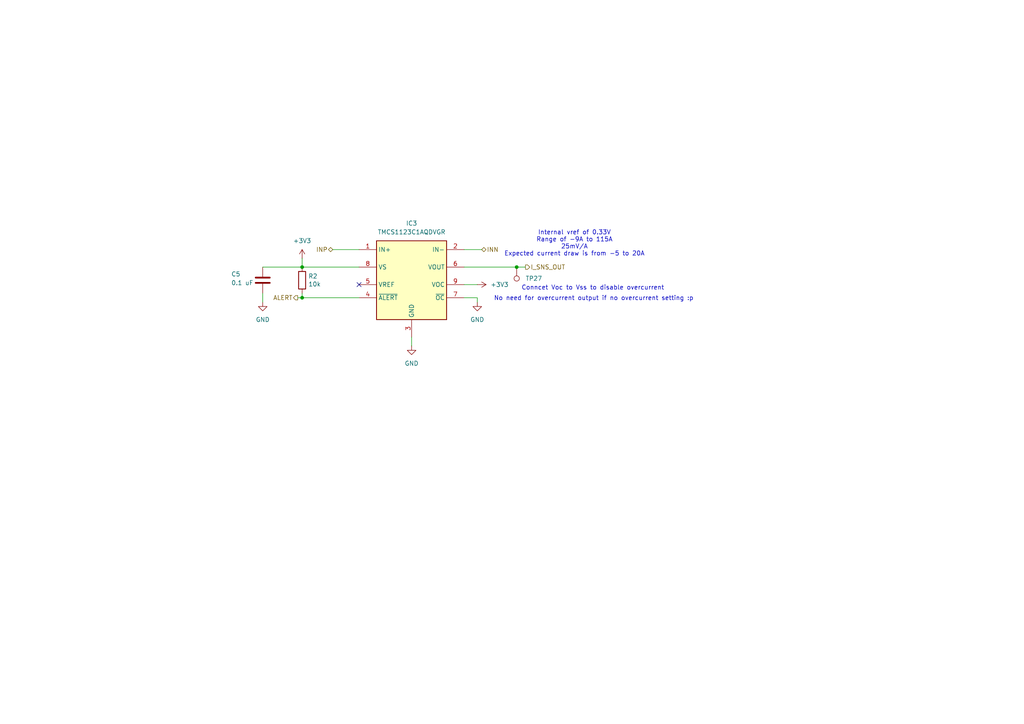
<source format=kicad_sch>
(kicad_sch (version 20250114) (generator "eeschema") (generator_version "9.0")
  (paper "A4")
  (lib_symbols
    (symbol "Connector:TestPoint" (pin_numbers (hide yes)) (pin_names (offset 0.762) (hide yes))
      (property "Reference" "TP" (at 0 6.858 0))
      (property "Value" "TestPoint" (at 0 5.08 0))
      (symbol "TestPoint_0_1"
        (circle (center 0 3.302) (radius 0.762))
      )
      (symbol "TestPoint_1_1"
        (pin passive line (at 0 0 90) (length 2.54) (name "1") (number "1"))
      )
    )
    (symbol "Device:C" (pin_numbers (hide yes)) (pin_names (offset 0.254))
      (property "Reference" "C" (at 0.635 2.54 0))
      (property "Value" "C" (at 0.635 -2.54 0))
      (symbol "C_0_1"
        (polyline (pts (xy -2.032 0.762) (xy 2.032 0.762)) (stroke (width 0.508)))
        (polyline (pts (xy -2.032 -0.762) (xy 2.032 -0.762)) (stroke (width 0.508)))
      )
      (symbol "C_1_1"
        (pin passive line (at 0 3.81 270) (length 2.794) (name "~") (number "1"))
        (pin passive line (at 0 -3.81 90) (length 2.794) (name "~") (number "2"))
      )
    )
    (symbol "Device:R" (pin_numbers (hide yes)) (pin_names (offset 0))
      (property "Reference" "R" (at 2.032 0 90))
      (property "Value" "R" (at 0 0 90))
      (symbol "R_0_1"
        (rectangle (start -1.016 -2.54) (end 1.016 2.54) (stroke (width 0.254)))
      )
      (symbol "R_1_1"
        (pin passive line (at 0 3.81 270) (length 1.27) (name "~") (number "1"))
        (pin passive line (at 0 -3.81 90) (length 1.27) (name "~") (number "2"))
      )
    )
    (symbol "LV-Carrier:TMCS1123C1AQDVGR"
      (property "Reference" "IC" (at 13.208 7.366 0))
      (property "Value" "TMCS1123C1AQDVGR" (at 5.08 4.826 0))
      (symbol "TMCS1123C1AQDVGR_1_1"
        (rectangle (start 5.08 2.54) (end 25.4 -20.32) (stroke (width 0.254)) (fill (type background)))
        (pin passive line (at 0 0 0) (length 5.08) (name "IN+") (number "1"))
        (pin passive line (at 0 -5.08 0) (length 5.08) (name "VS") (number "8"))
        (pin passive line (at 0 -10.16 0) (length 5.08) (name "VREF") (number "5"))
        (pin passive line (at 0 -13.97 0) (length 5.08) (name "~{ALERT}") (number "4"))
        (pin no_connect line (at 0 -17.78 0) (length 5.08) (hide yes) (name "NC") (number "10"))
        (pin passive line (at 15.24 -25.4 90) (length 5.08) (name "GND") (number "3"))
        (pin passive line (at 30.48 0 180) (length 5.08) (name "IN-") (number "2"))
        (pin passive line (at 30.48 -5.08 180) (length 5.08) (name "VOUT") (number "6"))
        (pin passive line (at 30.48 -10.16 180) (length 5.08) (name "VOC") (number "9"))
        (pin passive line (at 30.48 -13.97 180) (length 5.08) (name "~{OC}") (number "7"))
      )
    )
    (symbol "power:+3V3" (power) (pin_numbers (hide yes)) (pin_names (offset 0) (hide yes))
      (property "Value" "+3V3" (at 0 3.556 0))
      (symbol "+3V3_0_1"
        (polyline (pts (xy -0.762 1.27) (xy 0 2.54)))
        (polyline (pts (xy 0 2.54) (xy 0.762 1.27)))
        (polyline (pts (xy 0 0) (xy 0 2.54)))
      )
      (symbol "+3V3_1_1"
        (pin power_in line (at 0 0 90) (length 0) (name "~") (number "1"))
      )
    )
    (symbol "power:GND" (power) (pin_numbers (hide yes)) (pin_names (offset 0) (hide yes))
      (property "Value" "GND" (at 0 -3.81 0))
      (symbol "GND_0_1"
        (polyline (pts (xy 0 0) (xy 0 -1.27) (xy 1.27 -1.27) (xy 0 -2.54) (xy -1.27 -1.27) (xy 0 -1.27)))
      )
      (symbol "GND_1_1"
        (pin power_in line (at 0 0 270) (length 0) (name "~") (number "1"))
      )
    )
  )
  (text "No need for overcurrent output if no overcurrent setting :p" (at 172.212 86.614 0) (effects (font (size 1.27 1.27))))
  (text "Conncet Voc to Vss to disable overcurrent" (at 171.958 83.566 0) (effects (font (size 1.27 1.27))))
  (text "Internal vref of 0.33V\nRange of -9A to 115A\n25mV/A\nExpected current draw is from -5 to 20A" (at 166.624 70.612 0) (effects (font (size 1.27 1.27))))
  (junction (at 87.63 86.36))
  (junction (at 149.86 77.47))
  (junction (at 87.63 77.47))
  (no_connect (at 104.14 82.55))
  (wire (pts (xy 96.52 72.39) (xy 104.14 72.39)))
  (wire (pts (xy 134.62 82.55) (xy 138.43 82.55)))
  (wire (pts (xy 87.63 74.93) (xy 87.63 77.47)))
  (wire (pts (xy 87.63 77.47) (xy 104.14 77.47)))
  (wire (pts (xy 134.62 77.47) (xy 149.86 77.47)))
  (wire (pts (xy 119.38 97.79) (xy 119.38 100.33)))
  (wire (pts (xy 76.2 77.47) (xy 87.63 77.47)))
  (wire (pts (xy 87.63 86.36) (xy 104.14 86.36)))
  (wire (pts (xy 138.43 86.36) (xy 138.43 87.63)))
  (wire (pts (xy 86.36 86.36) (xy 87.63 86.36)))
  (wire (pts (xy 76.2 85.09) (xy 76.2 87.63)))
  (wire (pts (xy 149.86 77.47) (xy 152.4 77.47)))
  (wire (pts (xy 134.62 72.39) (xy 139.7 72.39)))
  (wire (pts (xy 87.63 85.09) (xy 87.63 86.36)))
  (wire (pts (xy 134.62 86.36) (xy 138.43 86.36)))
  (hierarchical_label "INN" (shape bidirectional) (at 139.7 72.39 0))
  (hierarchical_label "INP" (shape bidirectional) (at 96.52 72.39 180))
  (hierarchical_label "ALERT" (shape output) (at 86.36 86.36 180))
  (hierarchical_label "I_SNS_OUT" (shape output) (at 152.4 77.47 0))
  (symbol (lib_id "Connector:TestPoint") (at 149.86 77.47 180) (unit 1) (in_bom no)
    (property "Reference" "TP27" (at 152.4 80.7719 0) (effects (justify right)))
    (property "Value" "TestPoint" (effects (hide yes)))
    (property "Footprint" "TestPoint:TestPoint_Pad_D2.5mm" (effects (hide yes)))
    (property "Description" "test point" (effects (hide yes)))
    (property "Assemble" "N" (effects (hide yes)))
    (instances (project "LV Carrier Board" (path "" (reference "TP27") (unit 1)) (path "" (reference "TP16") (unit 1))))
  )
  (symbol (lib_id "Device:C") (at 76.2 81.28 0) (unit 1)
    (property "Reference" "C5" (at 67.056 79.502 0) (effects (justify left)))
    (property "Value" "0.1 uF" (at 67.056 82.042 0) (effects (justify left)))
    (property "Footprint" "Capacitor_SMD:C_0603_1608Metric_Pad1.08x0.95mm_HandSolder" (effects (hide yes)))
    (property "Description" "Unpolarized capacitor" (effects (hide yes)))
    (property "P/N" "MLASH168SB7104KTNA01" (effects (hide yes)))
    (property "LSCC P/N" "C14663" (effects (hide yes)))
    (property "Assemble" "Y" (effects (hide yes)))
    (instances (project "LV Carrier Board" (path "" (reference "C5") (unit 1)) (path "" (reference "C4") (unit 1))))
  )
  (symbol (lib_id "power:+3V3") (at 138.43 82.55 270) (unit 1)
    (property "Reference" "#PWR058" (effects (hide yes)))
    (property "Value" "+3V3" (at 142.24 82.5499 90) (effects (justify left)))
    (property "Description" "Power symbol creates a global label with name \"+3V3\"" (effects (hide yes)))
    (instances (project "LV Carrier Board" (path "" (reference "#PWR058") (unit 1)) (path "" (reference "#PWR050") (unit 1))))
  )
  (symbol (lib_id "LV-Carrier:TMCS1123C1AQDVGR") (at 104.14 72.39 0) (unit 1)
    (property "Reference" "IC3" (at 119.38 64.77 0))
    (property "Value" "TMCS1123C1AQDVGR" (at 119.38 67.31 0))
    (property "Footprint" "LV Carrier Library:TMCS1123C1AQDVGR" (effects (hide yes)))
    (property "Datasheet" "kicad-embed://tmcs1123.pdf" (effects (hide yes)))
    (property "Description" "Board Mount Current Sensors +/-1300V reinforced isolation, 80Arms 250kHz Hall-effect current sensor with AFR, reference and ALERT 10-SOIC -40 to 125" (effects (hide yes)))
    (property "P/N" "TMCS1123C1AQDVGR" (effects (hide yes)))
    (property "Height" "2.65" (effects (hide yes)))
    (property "Mouser Part Number" "595-TMCS1123C1AQDVGR" (effects (hide yes)))
    (property "LSCC P/N" "C22445470" (effects (hide yes)))
    (property "Assemble" "Y" (effects (hide yes)))
    (instances (project "LV Carrier Board" (path "" (reference "IC3") (unit 1)) (path "" (reference "IC4") (unit 1))))
  )
  (symbol (lib_id "Device:R") (at 87.63 81.28 0) (unit 1)
    (property "Reference" "R2" (at 89.408 80.1116 0) (effects (justify left)))
    (property "Value" "10k" (at 89.408 82.423 0) (effects (justify left)))
    (property "Footprint" "Resistor_SMD:R_0603_1608Metric_Pad0.98x0.95mm_HandSolder" (effects (hide yes)))
    (property "Description" "Resistor" (effects (hide yes)))
    (property "P/N" "CRCW060310K0FKEI " (effects (hide yes)))
    (property "LSCC P/N" "C25804" (effects (hide yes)))
    (property "Assemble" "Y" (effects (hide yes)))
    (instances (project "LV Carrier Board" (path "" (reference "R2") (unit 1)) (path "" (reference "R20") (unit 1))))
  )
  (symbol (lib_id "power:GND") (at 138.43 87.63 0) (unit 1)
    (property "Reference" "#PWR060" (effects (hide yes)))
    (property "Value" "GND" (at 138.43 92.71 0))
    (property "Description" "Power symbol creates a global label with name \"GND\" , ground" (effects (hide yes)))
    (instances (project "LV Carrier Board" (path "" (reference "#PWR060") (unit 1)) (path "" (reference "#PWR061") (unit 1))))
  )
  (symbol (lib_id "power:GND") (at 76.2 87.63 0) (unit 1)
    (property "Reference" "#PWR051" (effects (hide yes)))
    (property "Value" "GND" (at 76.2 92.71 0))
    (property "Description" "Power symbol creates a global label with name \"GND\" , ground" (effects (hide yes)))
    (instances (project "LV Carrier Board" (path "" (reference "#PWR051") (unit 1)) (path "" (reference "#PWR049") (unit 1))))
  )
  (symbol (lib_id "power:GND") (at 119.38 100.33 0) (unit 1)
    (property "Reference" "#PWR057" (effects (hide yes)))
    (property "Value" "GND" (at 119.38 105.41 0))
    (property "Description" "Power symbol creates a global label with name \"GND\" , ground" (effects (hide yes)))
    (instances (project "LV Carrier Board" (path "" (reference "#PWR057") (unit 1)) (path "" (reference "#PWR059") (unit 1))))
  )
  (symbol (lib_id "power:+3V3") (at 87.63 74.93 0) (unit 1)
    (property "Reference" "#PWR031" (effects (hide yes)))
    (property "Value" "+3V3" (at 87.63 69.85 0))
    (property "Description" "Power symbol creates a global label with name \"+3V3\"" (effects (hide yes)))
    (instances (project "LV Carrier Board" (path "" (reference "#PWR031") (unit 1)) (path "" (reference "#PWR038") (unit 1))))
  )
)
</source>
